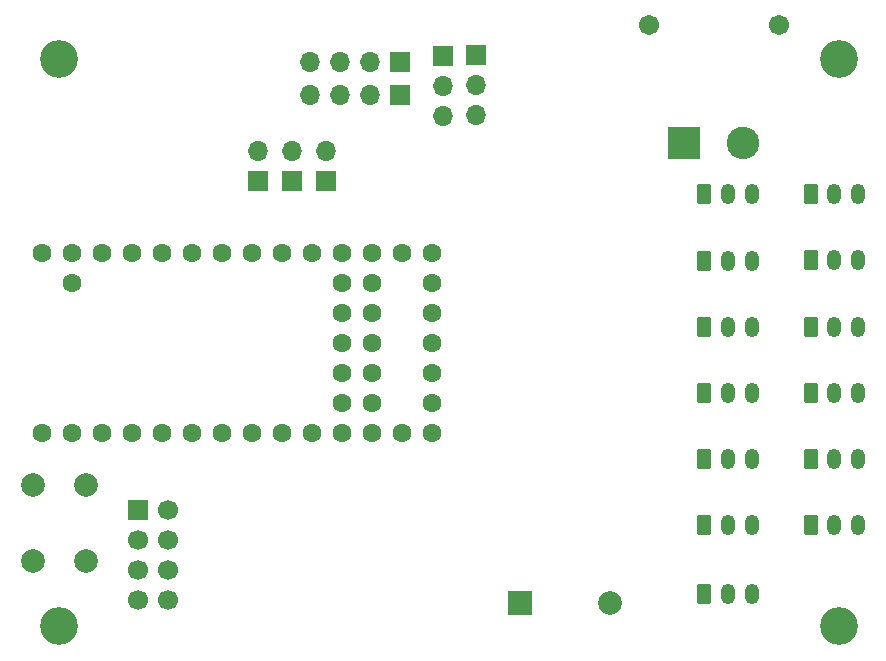
<source format=gbr>
%TF.GenerationSoftware,KiCad,Pcbnew,8.0.8*%
%TF.CreationDate,2025-01-18T14:14:55+07:00*%
%TF.ProjectId,Teensy4.0,5465656e-7379-4342-9e30-2e6b69636164,rev?*%
%TF.SameCoordinates,Original*%
%TF.FileFunction,Soldermask,Bot*%
%TF.FilePolarity,Negative*%
%FSLAX46Y46*%
G04 Gerber Fmt 4.6, Leading zero omitted, Abs format (unit mm)*
G04 Created by KiCad (PCBNEW 8.0.8) date 2025-01-18 14:14:55*
%MOMM*%
%LPD*%
G01*
G04 APERTURE LIST*
G04 Aperture macros list*
%AMRoundRect*
0 Rectangle with rounded corners*
0 $1 Rounding radius*
0 $2 $3 $4 $5 $6 $7 $8 $9 X,Y pos of 4 corners*
0 Add a 4 corners polygon primitive as box body*
4,1,4,$2,$3,$4,$5,$6,$7,$8,$9,$2,$3,0*
0 Add four circle primitives for the rounded corners*
1,1,$1+$1,$2,$3*
1,1,$1+$1,$4,$5*
1,1,$1+$1,$6,$7*
1,1,$1+$1,$8,$9*
0 Add four rect primitives between the rounded corners*
20,1,$1+$1,$2,$3,$4,$5,0*
20,1,$1+$1,$4,$5,$6,$7,0*
20,1,$1+$1,$6,$7,$8,$9,0*
20,1,$1+$1,$8,$9,$2,$3,0*%
G04 Aperture macros list end*
%ADD10RoundRect,0.250000X-0.350000X-0.625000X0.350000X-0.625000X0.350000X0.625000X-0.350000X0.625000X0*%
%ADD11O,1.200000X1.750000*%
%ADD12R,2.000000X2.000000*%
%ADD13C,2.000000*%
%ADD14C,3.200000*%
%ADD15R,1.700000X1.700000*%
%ADD16O,1.700000X1.700000*%
%ADD17C,1.700000*%
%ADD18C,1.600000*%
%ADD19C,2.754000*%
%ADD20RoundRect,0.102000X-1.275000X-1.275000X1.275000X-1.275000X1.275000X1.275000X-1.275000X1.275000X0*%
%ADD21C,1.712000*%
G04 APERTURE END LIST*
D10*
%TO.C,servo1*%
X172600000Y-102250000D03*
D11*
X174600000Y-102250000D03*
X176600000Y-102250000D03*
%TD*%
D12*
%TO.C,BZ1*%
X148000000Y-120000000D03*
D13*
X155600000Y-120000000D03*
%TD*%
D14*
%TO.C,H2*%
X175000000Y-74000000D03*
%TD*%
D15*
%TO.C,J1*%
X137790000Y-74250000D03*
D16*
X135250000Y-74250000D03*
X132710000Y-74250000D03*
X130170000Y-74250000D03*
%TD*%
D14*
%TO.C,H1*%
X109000000Y-74000000D03*
%TD*%
D10*
%TO.C,servo13*%
X172600000Y-96650000D03*
D11*
X174600000Y-96650000D03*
X176600000Y-96650000D03*
%TD*%
D15*
%TO.C,U2*%
X115610500Y-112175000D03*
D17*
X118150500Y-112175000D03*
X115610500Y-114715000D03*
X118150500Y-114715000D03*
X115610500Y-117255000D03*
X118150500Y-117255000D03*
X115610500Y-119795000D03*
X118150500Y-119795000D03*
%TD*%
D10*
%TO.C,servo11*%
X172600000Y-85400000D03*
D11*
X174600000Y-85400000D03*
X176600000Y-85400000D03*
%TD*%
D10*
%TO.C,servo5*%
X163600000Y-107800000D03*
D11*
X165600000Y-107800000D03*
X167600000Y-107800000D03*
%TD*%
D10*
%TO.C,servo4*%
X163600000Y-119250000D03*
D11*
X165600000Y-119250000D03*
X167600000Y-119250000D03*
%TD*%
D15*
%TO.C,5V*%
X144250000Y-73630000D03*
D16*
X144250000Y-76170000D03*
X144250000Y-78710000D03*
%TD*%
D10*
%TO.C,servo2*%
X163600000Y-113450000D03*
D11*
X165600000Y-113450000D03*
X167600000Y-113450000D03*
%TD*%
D15*
%TO.C,S4*%
X125800000Y-84300000D03*
D16*
X125800000Y-81760000D03*
%TD*%
D10*
%TO.C,servo10*%
X163600000Y-102250000D03*
D11*
X165600000Y-102250000D03*
X167600000Y-102250000D03*
%TD*%
D15*
%TO.C,S2*%
X131600000Y-84275000D03*
D16*
X131600000Y-81735000D03*
%TD*%
D18*
%TO.C,U1*%
X107490000Y-105620000D03*
X110030000Y-105620000D03*
X112570000Y-105620000D03*
X115110000Y-105620000D03*
X117650000Y-105620000D03*
X120190000Y-105620000D03*
X122730000Y-105620000D03*
X125270000Y-105620000D03*
X127810000Y-105620000D03*
X130350000Y-105620000D03*
X132890000Y-105620000D03*
X135430000Y-105620000D03*
X137970000Y-105620000D03*
X140510000Y-105620000D03*
X140510000Y-103080000D03*
X140510000Y-100540000D03*
X140510000Y-98000000D03*
X140510000Y-95460000D03*
X140510000Y-92920000D03*
X140510000Y-90380000D03*
X137970000Y-90380000D03*
X135430000Y-90380000D03*
X132890000Y-90380000D03*
X130350000Y-90380000D03*
X127810000Y-90380000D03*
X125270000Y-90380000D03*
X122730000Y-90380000D03*
X120190000Y-90380000D03*
X117650000Y-90380000D03*
X115110000Y-90380000D03*
X112570000Y-90380000D03*
X110030000Y-90380000D03*
X107490000Y-90380000D03*
X110030000Y-92920000D03*
X135430000Y-92920000D03*
X132890000Y-92920000D03*
X135430000Y-95460000D03*
X132890000Y-95460000D03*
X135430000Y-98000000D03*
X132890000Y-98000000D03*
X135430000Y-100540000D03*
X132890000Y-100540000D03*
X135430000Y-103080000D03*
X132890000Y-103080000D03*
%TD*%
D14*
%TO.C,H4*%
X175000000Y-122000000D03*
%TD*%
D10*
%TO.C,servo3*%
X163600000Y-96650000D03*
D11*
X165600000Y-96650000D03*
X167600000Y-96650000D03*
%TD*%
D10*
%TO.C,servo9*%
X172600000Y-91000000D03*
D11*
X174600000Y-91000000D03*
X176600000Y-91000000D03*
%TD*%
D14*
%TO.C,H3*%
X109000000Y-122000000D03*
%TD*%
D13*
%TO.C,button1*%
X106750000Y-116500000D03*
X106750000Y-110000000D03*
X111250000Y-116500000D03*
X111250000Y-110000000D03*
%TD*%
D15*
%TO.C,J2*%
X137790000Y-77000000D03*
D16*
X135250000Y-77000000D03*
X132710000Y-77000000D03*
X130170000Y-77000000D03*
%TD*%
D15*
%TO.C,S3*%
X128700000Y-84300000D03*
D16*
X128700000Y-81760000D03*
%TD*%
D19*
%TO.C,Main Power*%
X166900000Y-81105750D03*
D20*
X161900000Y-81105750D03*
D21*
X169900000Y-71105750D03*
X158900000Y-71105750D03*
%TD*%
D10*
%TO.C,servo12*%
X163600000Y-91050000D03*
D11*
X165600000Y-91050000D03*
X167600000Y-91050000D03*
%TD*%
D10*
%TO.C,servo8*%
X172600000Y-113450000D03*
D11*
X174600000Y-113450000D03*
X176600000Y-113450000D03*
%TD*%
D10*
%TO.C,servo6*%
X163600000Y-85400000D03*
D11*
X165600000Y-85400000D03*
X167600000Y-85400000D03*
%TD*%
D10*
%TO.C,servo7*%
X172600000Y-107800000D03*
D11*
X174600000Y-107800000D03*
X176600000Y-107800000D03*
%TD*%
D15*
%TO.C,GND*%
X141500000Y-73670000D03*
D16*
X141500000Y-76210000D03*
X141500000Y-78750000D03*
%TD*%
M02*

</source>
